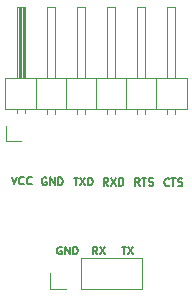
<source format=gbr>
%TF.GenerationSoftware,KiCad,Pcbnew,8.0.5*%
%TF.CreationDate,2024-11-06T12:15:13-05:00*%
%TF.ProjectId,Debug Adapter,44656275-6720-4416-9461-707465722e6b,rev?*%
%TF.SameCoordinates,Original*%
%TF.FileFunction,Legend,Top*%
%TF.FilePolarity,Positive*%
%FSLAX46Y46*%
G04 Gerber Fmt 4.6, Leading zero omitted, Abs format (unit mm)*
G04 Created by KiCad (PCBNEW 8.0.5) date 2024-11-06 12:15:13*
%MOMM*%
%LPD*%
G01*
G04 APERTURE LIST*
%ADD10C,0.150000*%
%ADD11C,0.120000*%
G04 APERTURE END LIST*
D10*
X144672969Y-81211428D02*
X144452969Y-80897142D01*
X144295826Y-81211428D02*
X144295826Y-80551428D01*
X144295826Y-80551428D02*
X144547255Y-80551428D01*
X144547255Y-80551428D02*
X144610112Y-80582857D01*
X144610112Y-80582857D02*
X144641541Y-80614285D01*
X144641541Y-80614285D02*
X144672969Y-80677142D01*
X144672969Y-80677142D02*
X144672969Y-80771428D01*
X144672969Y-80771428D02*
X144641541Y-80834285D01*
X144641541Y-80834285D02*
X144610112Y-80865714D01*
X144610112Y-80865714D02*
X144547255Y-80897142D01*
X144547255Y-80897142D02*
X144295826Y-80897142D01*
X144861541Y-80551428D02*
X145238684Y-80551428D01*
X145050112Y-81211428D02*
X145050112Y-80551428D01*
X145427255Y-81180000D02*
X145521541Y-81211428D01*
X145521541Y-81211428D02*
X145678683Y-81211428D01*
X145678683Y-81211428D02*
X145741541Y-81180000D01*
X145741541Y-81180000D02*
X145772969Y-81148571D01*
X145772969Y-81148571D02*
X145804398Y-81085714D01*
X145804398Y-81085714D02*
X145804398Y-81022857D01*
X145804398Y-81022857D02*
X145772969Y-80960000D01*
X145772969Y-80960000D02*
X145741541Y-80928571D01*
X145741541Y-80928571D02*
X145678683Y-80897142D01*
X145678683Y-80897142D02*
X145552969Y-80865714D01*
X145552969Y-80865714D02*
X145490112Y-80834285D01*
X145490112Y-80834285D02*
X145458683Y-80802857D01*
X145458683Y-80802857D02*
X145427255Y-80740000D01*
X145427255Y-80740000D02*
X145427255Y-80677142D01*
X145427255Y-80677142D02*
X145458683Y-80614285D01*
X145458683Y-80614285D02*
X145490112Y-80582857D01*
X145490112Y-80582857D02*
X145552969Y-80551428D01*
X145552969Y-80551428D02*
X145710112Y-80551428D01*
X145710112Y-80551428D02*
X145804398Y-80582857D01*
X141992969Y-81221428D02*
X141772969Y-80907142D01*
X141615826Y-81221428D02*
X141615826Y-80561428D01*
X141615826Y-80561428D02*
X141867255Y-80561428D01*
X141867255Y-80561428D02*
X141930112Y-80592857D01*
X141930112Y-80592857D02*
X141961541Y-80624285D01*
X141961541Y-80624285D02*
X141992969Y-80687142D01*
X141992969Y-80687142D02*
X141992969Y-80781428D01*
X141992969Y-80781428D02*
X141961541Y-80844285D01*
X141961541Y-80844285D02*
X141930112Y-80875714D01*
X141930112Y-80875714D02*
X141867255Y-80907142D01*
X141867255Y-80907142D02*
X141615826Y-80907142D01*
X142212969Y-80561428D02*
X142652969Y-81221428D01*
X142652969Y-80561428D02*
X142212969Y-81221428D01*
X142904397Y-81221428D02*
X142904397Y-80561428D01*
X142904397Y-80561428D02*
X143061540Y-80561428D01*
X143061540Y-80561428D02*
X143155826Y-80592857D01*
X143155826Y-80592857D02*
X143218683Y-80655714D01*
X143218683Y-80655714D02*
X143250112Y-80718571D01*
X143250112Y-80718571D02*
X143281540Y-80844285D01*
X143281540Y-80844285D02*
X143281540Y-80938571D01*
X143281540Y-80938571D02*
X143250112Y-81064285D01*
X143250112Y-81064285D02*
X143218683Y-81127142D01*
X143218683Y-81127142D02*
X143155826Y-81190000D01*
X143155826Y-81190000D02*
X143061540Y-81221428D01*
X143061540Y-81221428D02*
X142904397Y-81221428D01*
X136771541Y-80532857D02*
X136708684Y-80501428D01*
X136708684Y-80501428D02*
X136614398Y-80501428D01*
X136614398Y-80501428D02*
X136520112Y-80532857D01*
X136520112Y-80532857D02*
X136457255Y-80595714D01*
X136457255Y-80595714D02*
X136425826Y-80658571D01*
X136425826Y-80658571D02*
X136394398Y-80784285D01*
X136394398Y-80784285D02*
X136394398Y-80878571D01*
X136394398Y-80878571D02*
X136425826Y-81004285D01*
X136425826Y-81004285D02*
X136457255Y-81067142D01*
X136457255Y-81067142D02*
X136520112Y-81130000D01*
X136520112Y-81130000D02*
X136614398Y-81161428D01*
X136614398Y-81161428D02*
X136677255Y-81161428D01*
X136677255Y-81161428D02*
X136771541Y-81130000D01*
X136771541Y-81130000D02*
X136802969Y-81098571D01*
X136802969Y-81098571D02*
X136802969Y-80878571D01*
X136802969Y-80878571D02*
X136677255Y-80878571D01*
X137085826Y-81161428D02*
X137085826Y-80501428D01*
X137085826Y-80501428D02*
X137462969Y-81161428D01*
X137462969Y-81161428D02*
X137462969Y-80501428D01*
X137777255Y-81161428D02*
X137777255Y-80501428D01*
X137777255Y-80501428D02*
X137934398Y-80501428D01*
X137934398Y-80501428D02*
X138028684Y-80532857D01*
X138028684Y-80532857D02*
X138091541Y-80595714D01*
X138091541Y-80595714D02*
X138122970Y-80658571D01*
X138122970Y-80658571D02*
X138154398Y-80784285D01*
X138154398Y-80784285D02*
X138154398Y-80878571D01*
X138154398Y-80878571D02*
X138122970Y-81004285D01*
X138122970Y-81004285D02*
X138091541Y-81067142D01*
X138091541Y-81067142D02*
X138028684Y-81130000D01*
X138028684Y-81130000D02*
X137934398Y-81161428D01*
X137934398Y-81161428D02*
X137777255Y-81161428D01*
X141094969Y-87033428D02*
X140874969Y-86719142D01*
X140717826Y-87033428D02*
X140717826Y-86373428D01*
X140717826Y-86373428D02*
X140969255Y-86373428D01*
X140969255Y-86373428D02*
X141032112Y-86404857D01*
X141032112Y-86404857D02*
X141063541Y-86436285D01*
X141063541Y-86436285D02*
X141094969Y-86499142D01*
X141094969Y-86499142D02*
X141094969Y-86593428D01*
X141094969Y-86593428D02*
X141063541Y-86656285D01*
X141063541Y-86656285D02*
X141032112Y-86687714D01*
X141032112Y-86687714D02*
X140969255Y-86719142D01*
X140969255Y-86719142D02*
X140717826Y-86719142D01*
X141314969Y-86373428D02*
X141754969Y-87033428D01*
X141754969Y-86373428D02*
X141314969Y-87033428D01*
X139101541Y-80531428D02*
X139478684Y-80531428D01*
X139290112Y-81191428D02*
X139290112Y-80531428D01*
X139635826Y-80531428D02*
X140075826Y-81191428D01*
X140075826Y-80531428D02*
X139635826Y-81191428D01*
X140327254Y-81191428D02*
X140327254Y-80531428D01*
X140327254Y-80531428D02*
X140484397Y-80531428D01*
X140484397Y-80531428D02*
X140578683Y-80562857D01*
X140578683Y-80562857D02*
X140641540Y-80625714D01*
X140641540Y-80625714D02*
X140672969Y-80688571D01*
X140672969Y-80688571D02*
X140704397Y-80814285D01*
X140704397Y-80814285D02*
X140704397Y-80908571D01*
X140704397Y-80908571D02*
X140672969Y-81034285D01*
X140672969Y-81034285D02*
X140641540Y-81097142D01*
X140641540Y-81097142D02*
X140578683Y-81160000D01*
X140578683Y-81160000D02*
X140484397Y-81191428D01*
X140484397Y-81191428D02*
X140327254Y-81191428D01*
X147152969Y-81178571D02*
X147121541Y-81210000D01*
X147121541Y-81210000D02*
X147027255Y-81241428D01*
X147027255Y-81241428D02*
X146964398Y-81241428D01*
X146964398Y-81241428D02*
X146870112Y-81210000D01*
X146870112Y-81210000D02*
X146807255Y-81147142D01*
X146807255Y-81147142D02*
X146775826Y-81084285D01*
X146775826Y-81084285D02*
X146744398Y-80958571D01*
X146744398Y-80958571D02*
X146744398Y-80864285D01*
X146744398Y-80864285D02*
X146775826Y-80738571D01*
X146775826Y-80738571D02*
X146807255Y-80675714D01*
X146807255Y-80675714D02*
X146870112Y-80612857D01*
X146870112Y-80612857D02*
X146964398Y-80581428D01*
X146964398Y-80581428D02*
X147027255Y-80581428D01*
X147027255Y-80581428D02*
X147121541Y-80612857D01*
X147121541Y-80612857D02*
X147152969Y-80644285D01*
X147341541Y-80581428D02*
X147718684Y-80581428D01*
X147530112Y-81241428D02*
X147530112Y-80581428D01*
X147907255Y-81210000D02*
X148001541Y-81241428D01*
X148001541Y-81241428D02*
X148158683Y-81241428D01*
X148158683Y-81241428D02*
X148221541Y-81210000D01*
X148221541Y-81210000D02*
X148252969Y-81178571D01*
X148252969Y-81178571D02*
X148284398Y-81115714D01*
X148284398Y-81115714D02*
X148284398Y-81052857D01*
X148284398Y-81052857D02*
X148252969Y-80990000D01*
X148252969Y-80990000D02*
X148221541Y-80958571D01*
X148221541Y-80958571D02*
X148158683Y-80927142D01*
X148158683Y-80927142D02*
X148032969Y-80895714D01*
X148032969Y-80895714D02*
X147970112Y-80864285D01*
X147970112Y-80864285D02*
X147938683Y-80832857D01*
X147938683Y-80832857D02*
X147907255Y-80770000D01*
X147907255Y-80770000D02*
X147907255Y-80707142D01*
X147907255Y-80707142D02*
X147938683Y-80644285D01*
X147938683Y-80644285D02*
X147970112Y-80612857D01*
X147970112Y-80612857D02*
X148032969Y-80581428D01*
X148032969Y-80581428D02*
X148190112Y-80581428D01*
X148190112Y-80581428D02*
X148284398Y-80612857D01*
X143136541Y-86373428D02*
X143513684Y-86373428D01*
X143325112Y-87033428D02*
X143325112Y-86373428D01*
X143670826Y-86373428D02*
X144110826Y-87033428D01*
X144110826Y-86373428D02*
X143670826Y-87033428D01*
X138051541Y-86404857D02*
X137988684Y-86373428D01*
X137988684Y-86373428D02*
X137894398Y-86373428D01*
X137894398Y-86373428D02*
X137800112Y-86404857D01*
X137800112Y-86404857D02*
X137737255Y-86467714D01*
X137737255Y-86467714D02*
X137705826Y-86530571D01*
X137705826Y-86530571D02*
X137674398Y-86656285D01*
X137674398Y-86656285D02*
X137674398Y-86750571D01*
X137674398Y-86750571D02*
X137705826Y-86876285D01*
X137705826Y-86876285D02*
X137737255Y-86939142D01*
X137737255Y-86939142D02*
X137800112Y-87002000D01*
X137800112Y-87002000D02*
X137894398Y-87033428D01*
X137894398Y-87033428D02*
X137957255Y-87033428D01*
X137957255Y-87033428D02*
X138051541Y-87002000D01*
X138051541Y-87002000D02*
X138082969Y-86970571D01*
X138082969Y-86970571D02*
X138082969Y-86750571D01*
X138082969Y-86750571D02*
X137957255Y-86750571D01*
X138365826Y-87033428D02*
X138365826Y-86373428D01*
X138365826Y-86373428D02*
X138742969Y-87033428D01*
X138742969Y-87033428D02*
X138742969Y-86373428D01*
X139057255Y-87033428D02*
X139057255Y-86373428D01*
X139057255Y-86373428D02*
X139214398Y-86373428D01*
X139214398Y-86373428D02*
X139308684Y-86404857D01*
X139308684Y-86404857D02*
X139371541Y-86467714D01*
X139371541Y-86467714D02*
X139402970Y-86530571D01*
X139402970Y-86530571D02*
X139434398Y-86656285D01*
X139434398Y-86656285D02*
X139434398Y-86750571D01*
X139434398Y-86750571D02*
X139402970Y-86876285D01*
X139402970Y-86876285D02*
X139371541Y-86939142D01*
X139371541Y-86939142D02*
X139308684Y-87002000D01*
X139308684Y-87002000D02*
X139214398Y-87033428D01*
X139214398Y-87033428D02*
X139057255Y-87033428D01*
X133821541Y-80451428D02*
X134041541Y-81111428D01*
X134041541Y-81111428D02*
X134261541Y-80451428D01*
X134858683Y-81048571D02*
X134827255Y-81080000D01*
X134827255Y-81080000D02*
X134732969Y-81111428D01*
X134732969Y-81111428D02*
X134670112Y-81111428D01*
X134670112Y-81111428D02*
X134575826Y-81080000D01*
X134575826Y-81080000D02*
X134512969Y-81017142D01*
X134512969Y-81017142D02*
X134481540Y-80954285D01*
X134481540Y-80954285D02*
X134450112Y-80828571D01*
X134450112Y-80828571D02*
X134450112Y-80734285D01*
X134450112Y-80734285D02*
X134481540Y-80608571D01*
X134481540Y-80608571D02*
X134512969Y-80545714D01*
X134512969Y-80545714D02*
X134575826Y-80482857D01*
X134575826Y-80482857D02*
X134670112Y-80451428D01*
X134670112Y-80451428D02*
X134732969Y-80451428D01*
X134732969Y-80451428D02*
X134827255Y-80482857D01*
X134827255Y-80482857D02*
X134858683Y-80514285D01*
X135518683Y-81048571D02*
X135487255Y-81080000D01*
X135487255Y-81080000D02*
X135392969Y-81111428D01*
X135392969Y-81111428D02*
X135330112Y-81111428D01*
X135330112Y-81111428D02*
X135235826Y-81080000D01*
X135235826Y-81080000D02*
X135172969Y-81017142D01*
X135172969Y-81017142D02*
X135141540Y-80954285D01*
X135141540Y-80954285D02*
X135110112Y-80828571D01*
X135110112Y-80828571D02*
X135110112Y-80734285D01*
X135110112Y-80734285D02*
X135141540Y-80608571D01*
X135141540Y-80608571D02*
X135172969Y-80545714D01*
X135172969Y-80545714D02*
X135235826Y-80482857D01*
X135235826Y-80482857D02*
X135330112Y-80451428D01*
X135330112Y-80451428D02*
X135392969Y-80451428D01*
X135392969Y-80451428D02*
X135487255Y-80482857D01*
X135487255Y-80482857D02*
X135518683Y-80514285D01*
D11*
%TO.C,J3*%
X133290000Y-72100000D02*
X133290000Y-74760000D01*
X133290000Y-74760000D02*
X148650000Y-74760000D01*
X133350000Y-77470000D02*
X133350000Y-76200000D01*
X134240000Y-66100000D02*
X135000000Y-66100000D01*
X134240000Y-72100000D02*
X134240000Y-66100000D01*
X134240000Y-75090000D02*
X134240000Y-74760000D01*
X134300000Y-72100000D02*
X134300000Y-66100000D01*
X134420000Y-72100000D02*
X134420000Y-66100000D01*
X134540000Y-72100000D02*
X134540000Y-66100000D01*
X134620000Y-77470000D02*
X133350000Y-77470000D01*
X134660000Y-72100000D02*
X134660000Y-66100000D01*
X134780000Y-72100000D02*
X134780000Y-66100000D01*
X134900000Y-72100000D02*
X134900000Y-66100000D01*
X135000000Y-66100000D02*
X135000000Y-72100000D01*
X135000000Y-75090000D02*
X135000000Y-74760000D01*
X135890000Y-74760000D02*
X135890000Y-72100000D01*
X136780000Y-66100000D02*
X137540000Y-66100000D01*
X136780000Y-72100000D02*
X136780000Y-66100000D01*
X136780000Y-75157071D02*
X136780000Y-74760000D01*
X137540000Y-66100000D02*
X137540000Y-72100000D01*
X137540000Y-75157071D02*
X137540000Y-74760000D01*
X138430000Y-74760000D02*
X138430000Y-72100000D01*
X139320000Y-66100000D02*
X140080000Y-66100000D01*
X139320000Y-72100000D02*
X139320000Y-66100000D01*
X139320000Y-75157071D02*
X139320000Y-74760000D01*
X140080000Y-66100000D02*
X140080000Y-72100000D01*
X140080000Y-75157071D02*
X140080000Y-74760000D01*
X140970000Y-74760000D02*
X140970000Y-72100000D01*
X141860000Y-66100000D02*
X142620000Y-66100000D01*
X141860000Y-72100000D02*
X141860000Y-66100000D01*
X141860000Y-75157071D02*
X141860000Y-74760000D01*
X142620000Y-66100000D02*
X142620000Y-72100000D01*
X142620000Y-75157071D02*
X142620000Y-74760000D01*
X143510000Y-74760000D02*
X143510000Y-72100000D01*
X144400000Y-66100000D02*
X145160000Y-66100000D01*
X144400000Y-72100000D02*
X144400000Y-66100000D01*
X144400000Y-75157071D02*
X144400000Y-74760000D01*
X145160000Y-66100000D02*
X145160000Y-72100000D01*
X145160000Y-75157071D02*
X145160000Y-74760000D01*
X146050000Y-74760000D02*
X146050000Y-72100000D01*
X146940000Y-66100000D02*
X147700000Y-66100000D01*
X146940000Y-72100000D02*
X146940000Y-66100000D01*
X146940000Y-75157071D02*
X146940000Y-74760000D01*
X147700000Y-66100000D02*
X147700000Y-72100000D01*
X147700000Y-75157071D02*
X147700000Y-74760000D01*
X148650000Y-72100000D02*
X133290000Y-72100000D01*
X148650000Y-74760000D02*
X148650000Y-72100000D01*
%TO.C,J1*%
X137100000Y-89976000D02*
X137100000Y-88646000D01*
X138430000Y-89976000D02*
X137100000Y-89976000D01*
X139700000Y-87316000D02*
X144840000Y-87316000D01*
X139700000Y-89976000D02*
X139700000Y-87316000D01*
X139700000Y-89976000D02*
X144840000Y-89976000D01*
X144840000Y-89976000D02*
X144840000Y-87316000D01*
%TD*%
M02*

</source>
